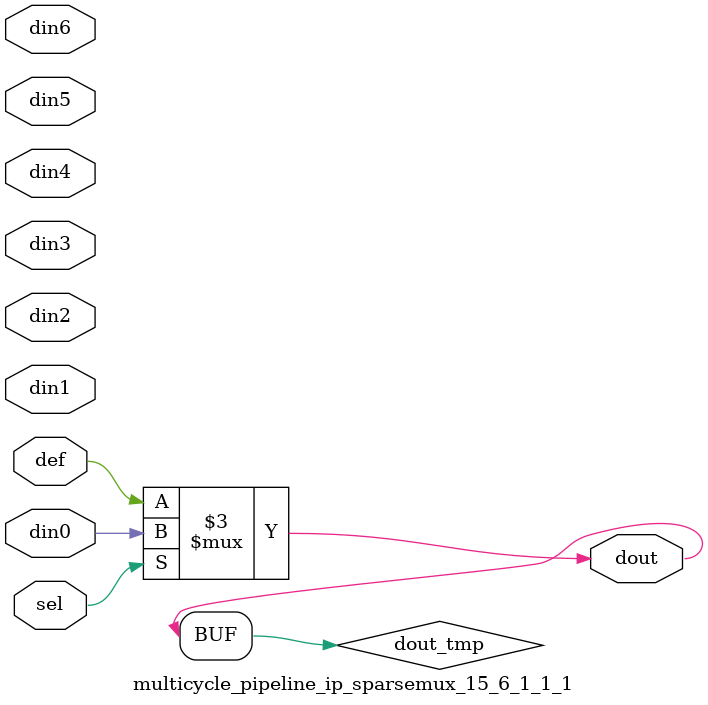
<source format=v>
`timescale 1ns / 1ps

module multicycle_pipeline_ip_sparsemux_15_6_1_1_1 (din0,din1,din2,din3,din4,din5,din6,def,sel,dout);

parameter din0_WIDTH = 1;

parameter din1_WIDTH = 1;

parameter din2_WIDTH = 1;

parameter din3_WIDTH = 1;

parameter din4_WIDTH = 1;

parameter din5_WIDTH = 1;

parameter din6_WIDTH = 1;

parameter def_WIDTH = 1;
parameter sel_WIDTH = 1;
parameter dout_WIDTH = 1;

parameter [sel_WIDTH-1:0] CASE0 = 1;

parameter [sel_WIDTH-1:0] CASE1 = 1;

parameter [sel_WIDTH-1:0] CASE2 = 1;

parameter [sel_WIDTH-1:0] CASE3 = 1;

parameter [sel_WIDTH-1:0] CASE4 = 1;

parameter [sel_WIDTH-1:0] CASE5 = 1;

parameter [sel_WIDTH-1:0] CASE6 = 1;

parameter ID = 1;
parameter NUM_STAGE = 1;



input [din0_WIDTH-1:0] din0;

input [din1_WIDTH-1:0] din1;

input [din2_WIDTH-1:0] din2;

input [din3_WIDTH-1:0] din3;

input [din4_WIDTH-1:0] din4;

input [din5_WIDTH-1:0] din5;

input [din6_WIDTH-1:0] din6;

input [def_WIDTH-1:0] def;
input [sel_WIDTH-1:0] sel;

output [dout_WIDTH-1:0] dout;



reg [dout_WIDTH-1:0] dout_tmp;


always @ (*) begin
(* parallel_case *) case (sel)
    
    CASE0 : dout_tmp = din0;
    
    CASE1 : dout_tmp = din1;
    
    CASE2 : dout_tmp = din2;
    
    CASE3 : dout_tmp = din3;
    
    CASE4 : dout_tmp = din4;
    
    CASE5 : dout_tmp = din5;
    
    CASE6 : dout_tmp = din6;
    
    default : dout_tmp = def;
endcase
end


assign dout = dout_tmp;



endmodule

</source>
